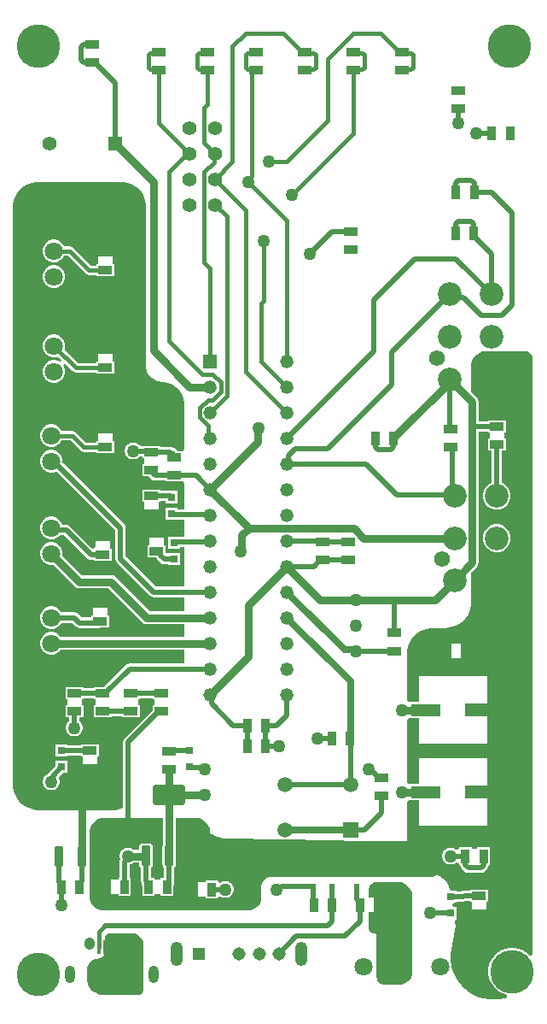
<source format=gbr>
%TF.GenerationSoftware,Altium Limited,Altium Designer,24.10.1 (45)*%
G04 Layer_Physical_Order=1*
G04 Layer_Color=255*
%FSLAX25Y25*%
%MOIN*%
%TF.SameCoordinates,405BA738-95C1-4717-9A2A-605BB7F835F8*%
%TF.FilePolarity,Positive*%
%TF.FileFunction,Copper,L1,Top,Signal*%
%TF.Part,Single*%
G01*
G75*
%TA.AperFunction,Conductor*%
%ADD10C,0.02000*%
%ADD11C,0.03000*%
%TA.AperFunction,SMDPad,CuDef*%
%ADD12R,0.05300X0.03200*%
%ADD13R,0.03200X0.05300*%
%TA.AperFunction,ConnectorPad*%
%ADD14R,0.03200X0.05300*%
%ADD15R,0.01600X0.05300*%
%ADD16R,0.11400X0.07500*%
%TA.AperFunction,SMDPad,CuDef*%
%ADD17R,0.03150X0.03150*%
G04:AMPARAMS|DCode=18|XSize=77.95mil|YSize=36.61mil|CornerRadius=4.58mil|HoleSize=0mil|Usage=FLASHONLY|Rotation=90.000|XOffset=0mil|YOffset=0mil|HoleType=Round|Shape=RoundedRectangle|*
%AMROUNDEDRECTD18*
21,1,0.07795,0.02746,0,0,90.0*
21,1,0.06880,0.03661,0,0,90.0*
1,1,0.00915,0.01373,0.03440*
1,1,0.00915,0.01373,-0.03440*
1,1,0.00915,-0.01373,-0.03440*
1,1,0.00915,-0.01373,0.03440*
%
%ADD18ROUNDEDRECTD18*%
G04:AMPARAMS|DCode=19|XSize=77.95mil|YSize=127.17mil|CornerRadius=9.74mil|HoleSize=0mil|Usage=FLASHONLY|Rotation=90.000|XOffset=0mil|YOffset=0mil|HoleType=Round|Shape=RoundedRectangle|*
%AMROUNDEDRECTD19*
21,1,0.07795,0.10768,0,0,90.0*
21,1,0.05847,0.12717,0,0,90.0*
1,1,0.01949,0.05384,0.02923*
1,1,0.01949,0.05384,-0.02923*
1,1,0.01949,-0.05384,-0.02923*
1,1,0.01949,-0.05384,0.02923*
%
%ADD19ROUNDEDRECTD19*%
%ADD20R,0.11800X0.04700*%
%ADD21R,0.02200X0.02400*%
%TA.AperFunction,Conductor*%
%ADD22C,0.01500*%
%ADD23C,0.02500*%
%TA.AperFunction,ComponentPad*%
%ADD24C,0.05500*%
%ADD25R,0.05600X0.05600*%
%ADD26C,0.05600*%
%ADD27O,0.04200X0.04900*%
%ADD28O,0.04000X0.06700*%
%ADD29C,0.06200*%
%ADD30C,0.09200*%
%ADD31C,0.05000*%
%ADD32C,0.07100*%
%ADD33R,0.05900X0.05900*%
%ADD34C,0.05900*%
%ADD35O,0.04756X0.09512*%
%ADD36C,0.05150*%
%ADD37R,0.05150X0.05150*%
%ADD38R,0.05200X0.05200*%
%ADD39C,0.05200*%
%TA.AperFunction,ViaPad*%
%ADD40C,0.17000*%
%ADD41C,0.05000*%
G36*
X146917Y419616D02*
X148737Y418862D01*
X150375Y417767D01*
X151768Y416375D01*
X152862Y414737D01*
X153616Y412917D01*
X154000Y410985D01*
Y410000D01*
Y348000D01*
X154029Y347412D01*
X154258Y346258D01*
X154709Y345172D01*
X155362Y344194D01*
X156194Y343362D01*
X157172Y342708D01*
X158258Y342258D01*
X159412Y342029D01*
X160000Y342000D01*
X160886D01*
X162625Y341654D01*
X164263Y340976D01*
X165737Y339991D01*
X166991Y338737D01*
X167976Y337263D01*
X168654Y335625D01*
X169000Y333886D01*
Y333000D01*
Y315722D01*
X168450Y314950D01*
X166200D01*
X165853Y315403D01*
X165017Y316044D01*
X164044Y316447D01*
X163069Y316575D01*
X163000Y316589D01*
X159450D01*
Y316950D01*
X152550D01*
X152550Y316950D01*
X151599Y317068D01*
X151026Y317641D01*
X150274Y318075D01*
X149434Y318300D01*
X148566D01*
X147726Y318075D01*
X146974Y317641D01*
X146359Y317026D01*
X145925Y316274D01*
X145700Y315435D01*
Y314565D01*
X145925Y313726D01*
X146359Y312974D01*
X146974Y312359D01*
X147726Y311925D01*
X148566Y311700D01*
X149434D01*
X150274Y311925D01*
X151026Y312359D01*
X151403Y312736D01*
X152550D01*
Y312150D01*
X153242D01*
Y309850D01*
X152550D01*
Y305050D01*
X155016D01*
X156058Y304008D01*
X156720Y303566D01*
X157500Y303411D01*
X161550D01*
Y303050D01*
X168450D01*
X169000Y302278D01*
Y292290D01*
X166375D01*
Y292877D01*
X161625D01*
Y288127D01*
X166375D01*
Y288212D01*
X169000D01*
Y281663D01*
X165376D01*
X165173Y281623D01*
X162625D01*
Y276873D01*
X167375D01*
Y277585D01*
X169000D01*
Y262039D01*
X157845D01*
X146039Y273845D01*
Y285000D01*
X145884Y285780D01*
X145442Y286442D01*
X121350Y310534D01*
Y311573D01*
X121054Y312679D01*
X120481Y313671D01*
X119671Y314481D01*
X118679Y315054D01*
X117573Y315350D01*
X116427D01*
X115321Y315054D01*
X114329Y314481D01*
X113519Y313671D01*
X112946Y312679D01*
X112650Y311573D01*
Y310427D01*
X112946Y309321D01*
X113519Y308329D01*
X114329Y307519D01*
X115321Y306946D01*
X116427Y306650D01*
X117573D01*
X118679Y306946D01*
X118990Y307126D01*
X141961Y284155D01*
Y273000D01*
X142116Y272220D01*
X142558Y271558D01*
X155558Y258558D01*
X156220Y258116D01*
X157000Y257961D01*
X157000Y257961D01*
X169000D01*
Y252549D01*
X155405D01*
X142152Y265802D01*
X141325Y266355D01*
X140350Y266549D01*
X129056D01*
X121314Y274291D01*
X121350Y274427D01*
Y275573D01*
X121054Y276679D01*
X120481Y277671D01*
X119671Y278481D01*
X118679Y279054D01*
X117573Y279350D01*
X116427D01*
X115321Y279054D01*
X114329Y278481D01*
X113519Y277671D01*
X112946Y276679D01*
X112650Y275573D01*
Y274427D01*
X112946Y273321D01*
X113519Y272329D01*
X114329Y271519D01*
X115321Y270946D01*
X116427Y270650D01*
X117573D01*
X117709Y270687D01*
X126198Y262198D01*
X127024Y261645D01*
X128000Y261451D01*
X139294D01*
X152547Y248198D01*
X153374Y247645D01*
X154350Y247451D01*
X169000D01*
Y242549D01*
X120551D01*
X120481Y242671D01*
X119671Y243481D01*
X118679Y244054D01*
X117573Y244350D01*
X116427D01*
X115321Y244054D01*
X114329Y243481D01*
X113519Y242671D01*
X112946Y241679D01*
X112650Y240573D01*
Y239427D01*
X112946Y238321D01*
X113519Y237329D01*
X114329Y236519D01*
X115321Y235946D01*
X116427Y235650D01*
X117573D01*
X118679Y235946D01*
X119671Y236519D01*
X120481Y237329D01*
X120551Y237451D01*
X169000D01*
Y232039D01*
X147500D01*
X146720Y231884D01*
X146058Y231442D01*
X137566Y222950D01*
X133550D01*
Y222589D01*
X129450D01*
Y222950D01*
X122550D01*
Y218150D01*
X123242D01*
Y215850D01*
X122550D01*
Y211050D01*
X123961D01*
Y209628D01*
X123359Y209026D01*
X122925Y208274D01*
X122700Y207435D01*
Y206565D01*
X122925Y205726D01*
X123359Y204974D01*
X123974Y204359D01*
X124726Y203925D01*
X125566Y203700D01*
X126434D01*
X127274Y203925D01*
X128026Y204359D01*
X128641Y204974D01*
X129075Y205726D01*
X129300Y206565D01*
Y207435D01*
X129075Y208274D01*
X128641Y209026D01*
X128039Y209628D01*
Y211050D01*
X129450D01*
Y215850D01*
X128758D01*
Y218150D01*
X129450D01*
Y218511D01*
X133550D01*
Y218150D01*
X134242D01*
Y215850D01*
X133550D01*
Y211050D01*
X140450D01*
Y211411D01*
X144550D01*
Y211050D01*
X151450D01*
Y215850D01*
X150758D01*
Y218150D01*
X151450D01*
Y218511D01*
X156550D01*
Y218150D01*
X157242D01*
Y215850D01*
X156550D01*
Y213934D01*
X145558Y202942D01*
X145116Y202280D01*
X144961Y201500D01*
Y175817D01*
X143917Y175384D01*
X141985Y175000D01*
X111015D01*
X109083Y175384D01*
X107263Y176138D01*
X105625Y177233D01*
X104233Y178625D01*
X103138Y180263D01*
X102384Y182083D01*
X102000Y184015D01*
Y185000D01*
Y410000D01*
Y410985D01*
X102384Y412917D01*
X103138Y414737D01*
X104233Y416375D01*
X105625Y417767D01*
X107263Y418862D01*
X109083Y419616D01*
X111015Y420000D01*
X144985D01*
X146917Y419616D01*
D02*
G37*
G36*
X287000Y354000D02*
X302000Y354000D01*
X302000Y354000D01*
X302000Y354000D01*
X302006Y353999D01*
X302915Y353868D01*
X303421Y353659D01*
X303912Y353330D01*
X304330Y352912D01*
X304659Y352421D01*
X304885Y351875D01*
X305000Y351295D01*
X305000Y351000D01*
X305000Y118469D01*
X304000Y118152D01*
X302928Y119224D01*
X301405Y120242D01*
X299713Y120943D01*
X297916Y121300D01*
X296084D01*
X294287Y120943D01*
X292595Y120242D01*
X291072Y119224D01*
X289776Y117928D01*
X288758Y116405D01*
X288057Y114713D01*
X287700Y112916D01*
Y111084D01*
X288057Y109287D01*
X288758Y107595D01*
X289776Y106072D01*
X291072Y104776D01*
X292595Y103758D01*
X294287Y103057D01*
X294883Y102939D01*
X294910Y102723D01*
X294812Y101933D01*
X294026Y101654D01*
X292007Y101211D01*
X289949Y101023D01*
X287883Y101092D01*
X285842Y101418D01*
X283857Y101996D01*
X281960Y102816D01*
X280180Y103867D01*
X278545Y105131D01*
X277079Y106588D01*
X275807Y108217D01*
X274747Y109992D01*
X273917Y111884D01*
X273350Y113793D01*
Y114573D01*
X273054Y115679D01*
X273019Y115739D01*
X272992Y115905D01*
X272911Y117970D01*
X273000Y119000D01*
X275000Y130000D01*
X274731Y131617D01*
X275375Y132377D01*
X275375D01*
Y137127D01*
X273812D01*
X273648Y138110D01*
X274295Y138873D01*
X275375D01*
Y139209D01*
X277811D01*
X278592Y139364D01*
X278811Y139511D01*
X280550D01*
Y139150D01*
X281242D01*
Y136250D01*
X281274Y136173D01*
X281350Y136142D01*
X286650D01*
X286726Y136173D01*
X286758Y136250D01*
Y139150D01*
X287450D01*
Y143950D01*
X280550D01*
Y143589D01*
X278113D01*
X277333Y143434D01*
X277113Y143287D01*
X275375D01*
Y143623D01*
X272795D01*
X272656Y144322D01*
X272055Y145771D01*
X271184Y147075D01*
X270075Y148184D01*
X268771Y149055D01*
X267431Y149611D01*
X267368Y149569D01*
X266458Y149192D01*
X265493Y149000D01*
X203000D01*
X202608Y148981D01*
X201839Y148828D01*
X201114Y148528D01*
X200462Y148092D01*
X199908Y147538D01*
X199472Y146886D01*
X199172Y146161D01*
X199019Y145392D01*
X199000Y145000D01*
Y140507D01*
X198808Y139542D01*
X198431Y138632D01*
X197884Y137813D01*
X197187Y137116D01*
X196368Y136569D01*
X195458Y136192D01*
X194492Y136000D01*
X137000D01*
X136507Y136000D01*
X135541Y136192D01*
X134631Y136569D01*
X133812Y137116D01*
X133116Y137812D01*
X132568Y138631D01*
X132191Y139541D01*
X131999Y140507D01*
X131999Y141000D01*
Y164945D01*
X131898Y165539D01*
X131931Y166743D01*
X132199Y167918D01*
X132690Y169017D01*
X133387Y170000D01*
X134262Y170828D01*
X135281Y171469D01*
X136406Y171899D01*
X137000Y172000D01*
X160451Y172000D01*
Y161074D01*
X160442Y161061D01*
X160345Y160570D01*
Y153690D01*
X160442Y153199D01*
X160720Y152783D01*
X160961Y152622D01*
Y148450D01*
X159700D01*
Y147758D01*
X157400D01*
Y148450D01*
X155984D01*
Y152622D01*
X156225Y152783D01*
X156503Y153199D01*
X156600Y153690D01*
Y160570D01*
X156503Y161061D01*
X156225Y161477D01*
X155809Y161755D01*
X155318Y161852D01*
X152572D01*
X152081Y161755D01*
X151665Y161477D01*
X151387Y161061D01*
X151289Y160570D01*
Y159549D01*
X149118D01*
X149026Y159641D01*
X148274Y160075D01*
X147434Y160300D01*
X146566D01*
X145726Y160075D01*
X144974Y159641D01*
X144359Y159026D01*
X143925Y158274D01*
X143700Y157434D01*
Y156566D01*
X143891Y155854D01*
X143666Y155519D01*
X143511Y154738D01*
Y148450D01*
X143150D01*
Y147758D01*
X140250D01*
X140173Y147727D01*
X140142Y147650D01*
Y142350D01*
X140173Y142273D01*
X140250Y142242D01*
X143150D01*
Y141550D01*
X147950D01*
Y148450D01*
X147589D01*
Y153742D01*
X148274Y153925D01*
X149026Y154359D01*
X149118Y154451D01*
X151289D01*
Y153690D01*
X151387Y153199D01*
X151665Y152783D01*
X151906Y152622D01*
Y147547D01*
X151897D01*
X152089Y146085D01*
X152600Y144851D01*
Y141550D01*
X157400D01*
Y142242D01*
X159700D01*
Y141550D01*
X164500D01*
Y144957D01*
X164869Y145849D01*
X165044Y147173D01*
X165039D01*
Y152622D01*
X165280Y152783D01*
X165558Y153199D01*
X165655Y153690D01*
Y160570D01*
X165558Y161061D01*
X165549Y161074D01*
Y172000D01*
X173000D01*
X173000Y172000D01*
X173000Y172000D01*
X173002D01*
X173933Y171932D01*
X174750Y171769D01*
X175842Y171317D01*
X176825Y170660D01*
X177661Y169825D01*
X178317Y168842D01*
X178770Y167750D01*
X179000Y166591D01*
X179000Y166000D01*
X179000Y166000D01*
X179570Y165631D01*
X179797Y165510D01*
X179797Y165510D01*
X179806Y165505D01*
X179806Y165505D01*
X179827Y165494D01*
X180766Y164991D01*
X182026Y164488D01*
X183333Y164126D01*
X184000Y164000D01*
X207789Y163567D01*
X207916Y163533D01*
X208903D01*
X208951Y163546D01*
X239000Y163000D01*
X256000D01*
Y178119D01*
X256650Y178850D01*
X260692D01*
Y168800D01*
X260723Y168723D01*
X260800Y168692D01*
X287200D01*
X287277Y168723D01*
X287308Y168800D01*
Y179450D01*
X287277Y179526D01*
X287200Y179558D01*
X278658D01*
Y184442D01*
X287200D01*
X287277Y184474D01*
X287308Y184550D01*
Y195200D01*
X287277Y195276D01*
X287200Y195308D01*
X260800D01*
X260723Y195276D01*
X260692Y195200D01*
Y185150D01*
X256650D01*
X256000Y185881D01*
Y210119D01*
X256650Y210850D01*
X260692D01*
Y200800D01*
X260723Y200724D01*
X260800Y200692D01*
X287200D01*
X287277Y200724D01*
X287308Y200800D01*
Y211450D01*
X287277Y211526D01*
X287200Y211558D01*
X278658D01*
Y216442D01*
X287200D01*
X287277Y216474D01*
X287308Y216550D01*
Y227200D01*
X287277Y227276D01*
X287200Y227308D01*
X260800D01*
X260723Y227276D01*
X260692Y227200D01*
Y217150D01*
X256650D01*
X256000Y217881D01*
Y236000D01*
Y236985D01*
X256384Y238917D01*
X257138Y240737D01*
X258232Y242375D01*
X259625Y243767D01*
X261263Y244862D01*
X263083Y245616D01*
X265015Y246000D01*
X271000D01*
X271980Y246048D01*
X273903Y246430D01*
X275714Y247181D01*
X277344Y248270D01*
X278730Y249656D01*
X279819Y251286D01*
X280570Y253097D01*
X280952Y255020D01*
X281000Y256000D01*
Y267395D01*
X283167Y269562D01*
X283720Y270389D01*
X283914Y271365D01*
Y322511D01*
X287550D01*
Y322150D01*
X288242D01*
Y319850D01*
X287550D01*
Y315050D01*
X288961D01*
Y302579D01*
X288916Y302567D01*
X287684Y301856D01*
X286679Y300851D01*
X285968Y299620D01*
X285600Y298246D01*
Y296825D01*
X285968Y295451D01*
X286679Y294220D01*
X287684Y293214D01*
X288916Y292503D01*
X290289Y292135D01*
X291711D01*
X293084Y292503D01*
X294316Y293214D01*
X295321Y294220D01*
X296032Y295451D01*
X296400Y296825D01*
Y298246D01*
X296032Y299620D01*
X295321Y300851D01*
X294316Y301856D01*
X293084Y302567D01*
X293039Y302579D01*
Y315050D01*
X294450D01*
Y319850D01*
X293758D01*
Y322150D01*
X294450D01*
Y326950D01*
X287550D01*
Y326589D01*
X283914D01*
Y334100D01*
X283720Y335075D01*
X283167Y335902D01*
X281000Y338070D01*
Y348000D01*
X281000Y348000D01*
X281075Y348969D01*
X281230Y349750D01*
X281683Y350842D01*
X282339Y351825D01*
X283175Y352661D01*
X284158Y353317D01*
X285250Y353769D01*
X286409Y354000D01*
X287000Y354000D01*
D02*
G37*
G36*
X253750Y146769D02*
X254842Y146317D01*
X255825Y145660D01*
X256661Y144825D01*
X257317Y143842D01*
X257769Y142750D01*
X258000Y141591D01*
Y141000D01*
Y112000D01*
Y111507D01*
X257808Y110542D01*
X257431Y109632D01*
X256884Y108813D01*
X256187Y108116D01*
X255368Y107569D01*
X254458Y107192D01*
X253492Y107000D01*
X246705D01*
X246125Y107115D01*
X245579Y107341D01*
X245088Y107670D01*
X244670Y108088D01*
X244341Y108579D01*
X244115Y109125D01*
X244000Y109704D01*
Y110000D01*
Y126000D01*
X243981Y126195D01*
X243831Y126556D01*
X243556Y126831D01*
X243195Y126981D01*
X243000Y127000D01*
X242602D01*
X241867Y127304D01*
X241304Y127867D01*
X241000Y128602D01*
Y129000D01*
Y135242D01*
X242750D01*
X242827Y135274D01*
X242858Y135350D01*
Y140650D01*
X242827Y140726D01*
X242750Y140758D01*
X241000D01*
Y144000D01*
Y144296D01*
X241115Y144875D01*
X241341Y145421D01*
X241670Y145912D01*
X242088Y146330D01*
X242579Y146659D01*
X243125Y146885D01*
X243705Y147000D01*
X252591D01*
X253750Y146769D01*
D02*
G37*
G36*
X148000Y127000D02*
X148493Y127000D01*
X149458Y126808D01*
X150368Y126431D01*
X151187Y125884D01*
X151884Y125187D01*
X152431Y124368D01*
X152808Y123458D01*
X152915Y122920D01*
X153000Y122000D01*
Y122000D01*
X153000D01*
X153000Y122000D01*
Y105000D01*
Y104602D01*
X152696Y103867D01*
X152133Y103305D01*
X151398Y103000D01*
X137000D01*
X136409Y103000D01*
X135250Y103231D01*
X134158Y103683D01*
X133175Y104340D01*
X132340Y105175D01*
X131683Y106158D01*
X131231Y107250D01*
X131000Y108409D01*
X131000Y109000D01*
Y113394D01*
X131154Y114167D01*
X131455Y114895D01*
X131893Y115550D01*
X132450Y116107D01*
X133105Y116545D01*
X133833Y116846D01*
X134606Y117000D01*
X135000D01*
X135294Y117014D01*
X135871Y117129D01*
X136414Y117354D01*
X136903Y117681D01*
X137319Y118097D01*
X137646Y118586D01*
X137871Y119129D01*
X137986Y119706D01*
X138000Y120000D01*
X138000Y120000D01*
Y125398D01*
X138304Y126133D01*
X138867Y126696D01*
X139602Y127000D01*
X143000D01*
X148000Y127000D01*
D02*
G37*
%LPC*%
G36*
X118573Y397350D02*
X117427D01*
X116321Y397054D01*
X115329Y396481D01*
X114519Y395671D01*
X113946Y394679D01*
X113650Y393573D01*
Y392427D01*
X113946Y391321D01*
X114519Y390329D01*
X115329Y389519D01*
X116321Y388946D01*
X117427Y388650D01*
X118573D01*
X119679Y388946D01*
X120671Y389519D01*
X121481Y390329D01*
X121993Y391216D01*
X123419D01*
X130446Y384188D01*
X130446Y384188D01*
X131025Y383802D01*
X131708Y383666D01*
X134550D01*
Y383050D01*
X141450D01*
Y387850D01*
X140758D01*
Y390750D01*
X140726Y390827D01*
X140650Y390858D01*
X135350D01*
X135274Y390827D01*
X135242Y390750D01*
Y387850D01*
X134550D01*
Y387234D01*
X132447D01*
X125419Y394262D01*
X124840Y394649D01*
X124158Y394784D01*
X121993D01*
X121481Y395671D01*
X120671Y396481D01*
X119679Y397054D01*
X118573Y397350D01*
D02*
G37*
G36*
Y387350D02*
X117427D01*
X116321Y387054D01*
X115329Y386481D01*
X114519Y385671D01*
X113946Y384679D01*
X113650Y383573D01*
Y382427D01*
X113946Y381321D01*
X114519Y380329D01*
X115329Y379519D01*
X116321Y378946D01*
X117427Y378650D01*
X118573D01*
X119679Y378946D01*
X120671Y379519D01*
X121481Y380329D01*
X122054Y381321D01*
X122350Y382427D01*
Y383573D01*
X122054Y384679D01*
X121481Y385671D01*
X120671Y386481D01*
X119679Y387054D01*
X118573Y387350D01*
D02*
G37*
G36*
Y360350D02*
X117427D01*
X116321Y360054D01*
X115329Y359481D01*
X114519Y358671D01*
X113946Y357679D01*
X113650Y356573D01*
Y355427D01*
X113946Y354321D01*
X114519Y353329D01*
X115329Y352519D01*
X116321Y351946D01*
X117427Y351650D01*
X118573D01*
X119562Y351915D01*
X121073Y350403D01*
X120459Y349603D01*
X119679Y350054D01*
X118573Y350350D01*
X117427D01*
X116321Y350054D01*
X115329Y349481D01*
X114519Y348671D01*
X113946Y347679D01*
X113650Y346573D01*
Y345427D01*
X113946Y344321D01*
X114519Y343329D01*
X115329Y342519D01*
X116321Y341946D01*
X117427Y341650D01*
X118573D01*
X119679Y341946D01*
X120671Y342519D01*
X121481Y343329D01*
X122054Y344321D01*
X122350Y345427D01*
Y346573D01*
X122054Y347679D01*
X121603Y348459D01*
X122403Y349073D01*
X125288Y346188D01*
X125288Y346188D01*
X125867Y345801D01*
X126550Y345666D01*
X126550Y345666D01*
X134550D01*
Y345050D01*
X141450D01*
Y349850D01*
X140758D01*
Y352750D01*
X140726Y352826D01*
X140650Y352858D01*
X135350D01*
X135274Y352826D01*
X135242Y352750D01*
Y349850D01*
X134550D01*
Y349234D01*
X127289D01*
X122085Y354438D01*
X122350Y355427D01*
Y356573D01*
X122054Y357679D01*
X121481Y358671D01*
X120671Y359481D01*
X119679Y360054D01*
X118573Y360350D01*
D02*
G37*
G36*
X117573Y325350D02*
X116427D01*
X115321Y325054D01*
X114329Y324481D01*
X113519Y323671D01*
X112946Y322679D01*
X112650Y321573D01*
Y320427D01*
X112946Y319321D01*
X113519Y318329D01*
X114329Y317519D01*
X115321Y316946D01*
X116427Y316650D01*
X117573D01*
X118679Y316946D01*
X119671Y317519D01*
X120481Y318329D01*
X120993Y319216D01*
X124419D01*
X128446Y315188D01*
X129025Y314802D01*
X129708Y314666D01*
X134550D01*
Y314050D01*
X141450D01*
Y318850D01*
X140758D01*
Y321750D01*
X140726Y321827D01*
X140650Y321858D01*
X135350D01*
X135274Y321827D01*
X135242Y321750D01*
Y318850D01*
X134550D01*
Y318234D01*
X130447D01*
X126419Y322262D01*
X125840Y322649D01*
X125158Y322784D01*
X120993D01*
X120481Y323671D01*
X119671Y324481D01*
X118679Y325054D01*
X117573Y325350D01*
D02*
G37*
G36*
X159450Y299950D02*
X152550D01*
Y295150D01*
X153242D01*
Y292250D01*
X153273Y292174D01*
X153350Y292142D01*
X158650D01*
X158727Y292174D01*
X158758Y292250D01*
Y295150D01*
X159450D01*
Y295511D01*
X161625D01*
Y294623D01*
X166375D01*
Y299373D01*
X164320D01*
X164228Y299434D01*
X163448Y299589D01*
X159450D01*
Y299950D01*
D02*
G37*
G36*
X117573Y289350D02*
X116427D01*
X115321Y289054D01*
X114329Y288481D01*
X113519Y287671D01*
X112946Y286679D01*
X112650Y285573D01*
Y284427D01*
X112946Y283321D01*
X113519Y282329D01*
X114329Y281519D01*
X115321Y280946D01*
X116427Y280650D01*
X117573D01*
X118679Y280946D01*
X119671Y281519D01*
X120313Y282161D01*
X121955D01*
X131108Y273008D01*
X131770Y272566D01*
X132550Y272411D01*
X133550D01*
Y272050D01*
X140450D01*
Y276850D01*
X139758D01*
Y279750D01*
X139726Y279826D01*
X139650Y279858D01*
X134350D01*
X134274Y279826D01*
X134242Y279750D01*
Y277564D01*
X134061Y277377D01*
X133242Y276973D01*
X132692Y277192D01*
X124242Y285642D01*
X123580Y286084D01*
X122800Y286239D01*
X121171D01*
X121054Y286679D01*
X120481Y287671D01*
X119671Y288481D01*
X118679Y289054D01*
X117573Y289350D01*
D02*
G37*
G36*
X160650Y281308D02*
X155350D01*
X155273Y281276D01*
X155242Y281200D01*
Y278300D01*
X154550D01*
Y273500D01*
X157760D01*
X157766Y273470D01*
X158208Y272808D01*
X159706Y271310D01*
X159706Y271310D01*
X160368Y270868D01*
X161148Y270713D01*
X162625D01*
Y270377D01*
X167375D01*
Y275127D01*
X162625D01*
X162625Y275127D01*
X161689Y275281D01*
Y275300D01*
X161534Y276080D01*
X161450Y276206D01*
Y278300D01*
X160758D01*
Y281200D01*
X160726Y281276D01*
X160650Y281308D01*
D02*
G37*
G36*
X117573Y254350D02*
X116427D01*
X115321Y254054D01*
X114329Y253481D01*
X113519Y252671D01*
X112946Y251679D01*
X112650Y250573D01*
Y249427D01*
X112946Y248321D01*
X113519Y247329D01*
X114329Y246519D01*
X115321Y245946D01*
X116427Y245650D01*
X117573D01*
X118679Y245946D01*
X119671Y246519D01*
X120481Y247329D01*
X120846Y247961D01*
X125155D01*
X126558Y246558D01*
X127220Y246116D01*
X128000Y245961D01*
X135550D01*
X135998Y246050D01*
X139450D01*
Y250850D01*
X138758D01*
Y253750D01*
X138726Y253826D01*
X138650Y253858D01*
X133350D01*
X133273Y253826D01*
X133242Y253750D01*
Y250850D01*
X132550D01*
Y250039D01*
X128845D01*
X127442Y251442D01*
X126780Y251884D01*
X126000Y252039D01*
X120846D01*
X120481Y252671D01*
X119671Y253481D01*
X118679Y254054D01*
X117573Y254350D01*
D02*
G37*
G36*
X123375Y200623D02*
X118625D01*
Y195873D01*
X123375D01*
Y196135D01*
X128550D01*
Y195700D01*
X129242D01*
Y192800D01*
X129273Y192724D01*
X129350Y192692D01*
X134650D01*
X134727Y192724D01*
X134758Y192800D01*
Y195700D01*
X135450D01*
Y200500D01*
X128550D01*
Y200213D01*
X123375D01*
Y200623D01*
D02*
G37*
G36*
Y194127D02*
X118625D01*
Y192261D01*
X116132Y189768D01*
X115690Y189106D01*
X115678Y189048D01*
X114974Y188641D01*
X114359Y188026D01*
X113925Y187274D01*
X113700Y186434D01*
Y185566D01*
X113925Y184726D01*
X114359Y183974D01*
X114974Y183359D01*
X115726Y182925D01*
X116566Y182700D01*
X117434D01*
X118274Y182925D01*
X119026Y183359D01*
X119641Y183974D01*
X120075Y184726D01*
X120300Y185566D01*
Y186434D01*
X120075Y187274D01*
X119830Y187698D01*
X121509Y189377D01*
X123375D01*
Y194127D01*
D02*
G37*
G36*
X291711Y286400D02*
X290289D01*
X288916Y286032D01*
X287684Y285321D01*
X286679Y284316D01*
X285968Y283084D01*
X285600Y281711D01*
Y280289D01*
X285968Y278916D01*
X286679Y277684D01*
X287684Y276679D01*
X288916Y275968D01*
X290289Y275600D01*
X291711D01*
X293084Y275968D01*
X294316Y276679D01*
X295321Y277684D01*
X296032Y278916D01*
X296400Y280289D01*
Y281711D01*
X296032Y283084D01*
X295321Y284316D01*
X294316Y285321D01*
X293084Y286032D01*
X291711Y286400D01*
D02*
G37*
G36*
X276750Y239758D02*
X273250D01*
X273173Y239726D01*
X273142Y239650D01*
Y234350D01*
X273173Y234274D01*
X273250Y234242D01*
X276750D01*
X276827Y234274D01*
X276858Y234350D01*
Y239650D01*
X276827Y239726D01*
X276750Y239758D01*
D02*
G37*
G36*
X288200Y160450D02*
X283400D01*
Y159758D01*
X281100D01*
Y160450D01*
X276300D01*
Y159781D01*
X275300Y159367D01*
X275026Y159641D01*
X274274Y160075D01*
X273434Y160300D01*
X272566D01*
X271726Y160075D01*
X270974Y159641D01*
X270359Y159026D01*
X269925Y158274D01*
X269700Y157434D01*
Y156566D01*
X269925Y155726D01*
X270359Y154974D01*
X270974Y154359D01*
X271726Y153925D01*
X272566Y153700D01*
X273434D01*
X274274Y153925D01*
X275026Y154359D01*
X275300Y154633D01*
X276300Y154219D01*
Y153550D01*
X276672D01*
X276816Y152824D01*
X277258Y152163D01*
X278312Y151108D01*
X278312Y151108D01*
X278974Y150666D01*
X279754Y150511D01*
X279754Y150511D01*
X284746D01*
X285526Y150666D01*
X286188Y151108D01*
X287242Y152163D01*
X287242Y152163D01*
X287684Y152824D01*
X287828Y153550D01*
X288200D01*
Y160450D01*
D02*
G37*
G36*
X181950Y147450D02*
X177150D01*
Y146758D01*
X174250D01*
X174173Y146727D01*
X174142Y146650D01*
Y141350D01*
X174173Y141273D01*
X174250Y141242D01*
X177150D01*
Y140550D01*
X181950D01*
Y140969D01*
X182950Y141383D01*
X182974Y141359D01*
X183726Y140925D01*
X184566Y140700D01*
X185434D01*
X186274Y140925D01*
X187026Y141359D01*
X187641Y141974D01*
X188075Y142726D01*
X188300Y143566D01*
Y144434D01*
X188075Y145274D01*
X187641Y146026D01*
X187026Y146641D01*
X186274Y147075D01*
X185434Y147300D01*
X184566D01*
X183726Y147075D01*
X182974Y146641D01*
X182950Y146617D01*
X181950Y147031D01*
Y147450D01*
D02*
G37*
%LPD*%
D10*
X119890Y147439D02*
G03*
X120900Y145000I3449J0D01*
G01*
X165000Y312550D02*
G03*
X163000Y314550I-2000J0D01*
G01*
X162100Y145000D02*
G03*
X163000Y147173I-2173J2173D01*
G01*
X153945Y147547D02*
G03*
X155000Y145000I3602J0D01*
G01*
X128000D02*
G03*
X128945Y147281I-2281J2281D01*
G01*
X283000Y439000D02*
X289000D01*
X276000Y443000D02*
Y448450D01*
X156000Y314550D02*
X163000D01*
X155775Y314775D02*
X156000Y314550D01*
X149225Y314775D02*
X155775D01*
X149000Y315000D02*
X149225Y314775D01*
X126000Y207000D02*
Y213450D01*
X138000Y130000D02*
X225000D01*
X284746Y152550D02*
X285800Y153604D01*
X278700D02*
X279754Y152550D01*
X278700Y153604D02*
Y157000D01*
X279754Y152550D02*
X284746D01*
X285800Y153604D02*
Y157000D01*
X273000D02*
X278700D01*
X153945Y147547D02*
Y157130D01*
X153815Y157000D02*
X153945Y157130D01*
X147000Y156188D02*
Y157000D01*
X145550Y145000D02*
Y154738D01*
X147000Y156188D01*
X120900Y138100D02*
Y145000D01*
Y138100D02*
X121000Y138000D01*
X117574Y186574D02*
Y188326D01*
X117000Y186000D02*
X117574Y186574D01*
Y188326D02*
X121000Y191752D01*
X171000D02*
X171376Y191376D01*
X176624D01*
X177000Y191000D01*
X200550Y200000D02*
X206000D01*
X221000Y203000D02*
X226450D01*
X244950Y187550D02*
X246000D01*
X241500Y191000D02*
X244950Y187550D01*
X241000Y191000D02*
X241500D01*
X281365Y324550D02*
X291000D01*
X179550Y144000D02*
X185000D01*
X237450Y131450D02*
Y138000D01*
X206000Y119000D02*
X212695Y125695D01*
X231695D01*
X237450Y131450D01*
X265124Y134876D02*
X272876D01*
X273000Y134752D01*
X265000Y135000D02*
X265124Y134876D01*
X281046Y420450D02*
X282100Y419396D01*
X275000Y416000D02*
Y419396D01*
X276054Y420450D01*
X281046D01*
X282100Y416000D02*
Y419396D01*
X285000Y368000D02*
X293000D01*
X297000Y372000D02*
Y408000D01*
X293000Y368000D02*
X297000Y372000D01*
X278071Y374929D02*
X285000Y368000D01*
X272465Y376071D02*
X273607Y374929D01*
X278071D01*
X289000Y416000D02*
X297000Y408000D01*
X282100Y416000D02*
X289000D01*
X226550Y400550D02*
X234000D01*
X218000Y392000D02*
X226550Y400550D01*
X129604Y473550D02*
X133000D01*
X129604Y466450D02*
X133000D01*
X128550Y467504D02*
X129604Y466450D01*
X128550Y467504D02*
Y472496D01*
X129604Y473550D01*
X142000Y435000D02*
Y458500D01*
X134050Y466450D02*
X142000Y458500D01*
X133000Y466450D02*
X134050D01*
X250000Y257000D02*
X251000Y256000D01*
Y244100D02*
Y256000D01*
X250550Y320000D02*
X251275Y320725D01*
X250550Y316604D02*
Y320000D01*
X249496Y315550D02*
X250550Y316604D01*
X244504Y315550D02*
X249496D01*
X243450Y316604D02*
X244504Y315550D01*
X243450Y316604D02*
Y320000D01*
X209000Y310000D02*
X209612Y310612D01*
X212394Y316000D02*
X225000D01*
X209612Y310612D02*
Y313218D01*
X209000Y310000D02*
X240000D01*
X209612Y313218D02*
X212394Y316000D01*
X225000D02*
X250000Y341000D01*
Y353606D02*
X272465Y376071D01*
X250000Y341000D02*
Y353606D01*
X259000Y390000D02*
X275071D01*
X289000Y376071D01*
X243000Y374000D02*
X259000Y390000D01*
X209000Y320000D02*
X243000Y354000D01*
Y374000D01*
X233775Y185225D02*
Y202000D01*
X236000Y237000D02*
X251000D01*
X208409Y185000D02*
X234000D01*
X219500Y270000D02*
X221950Y272450D01*
X209000Y270000D02*
X219500D01*
X221950Y272450D02*
X223000D01*
X165000Y305450D02*
X173550D01*
X179000Y300000D01*
X157500Y305450D02*
X165000D01*
X156000Y306950D02*
X157500Y305450D01*
X147000Y167000D02*
Y201500D01*
X158950Y213450D01*
X209000Y212000D02*
Y220000D01*
X205000Y208000D02*
X209000Y212000D01*
X200550Y208000D02*
X205000D01*
X122800Y284200D02*
X132550Y274450D01*
X137000D01*
X117800Y284200D02*
X122800D01*
X117000Y285000D02*
X117800Y284200D01*
X128000Y248000D02*
X135550D01*
X136000Y248450D01*
X126000Y250000D02*
X128000Y248000D01*
X117000Y250000D02*
X126000D01*
X158950Y213450D02*
X160000D01*
X226645Y138095D02*
Y145005D01*
X225000Y130000D02*
X226550Y131550D01*
Y138000D01*
X273732Y298268D02*
Y315850D01*
X273000Y316450D02*
X273132D01*
X273732Y298268D02*
X274000Y298000D01*
X273132Y316450D02*
X273732Y315850D01*
X291000Y297535D02*
Y317450D01*
X252000Y298000D02*
X274000D01*
X274465Y297535D01*
X240000Y310000D02*
X252000Y298000D01*
X205812Y144000D02*
X206912Y145100D01*
X205000Y144000D02*
X205812D01*
X206912Y145100D02*
X219260D01*
X179000Y220000D02*
X179460Y219540D01*
Y216540D02*
X188000Y208000D01*
X179460Y216540D02*
Y219540D01*
X188000Y208000D02*
X193450D01*
Y200000D02*
Y208000D01*
X137000Y220550D02*
X138050D01*
X147500Y230000D01*
X179000D01*
X148000Y220550D02*
X160000D01*
X137000Y213450D02*
X148000D01*
X126000Y220550D02*
X137000D01*
X163124Y198124D02*
X170876D01*
X171000Y198248D01*
X163000Y198000D02*
X163124Y198124D01*
X121074Y198174D02*
X131926D01*
X132000Y198100D01*
X121000Y198248D02*
X121074Y198174D01*
X118000Y311000D02*
X144000Y285000D01*
X117000Y311000D02*
X118000D01*
X144000Y273000D02*
Y285000D01*
Y273000D02*
X157000Y260000D01*
X163448Y297550D02*
X164000Y296998D01*
X156000Y297550D02*
X163448D01*
X161148Y272752D02*
X165000D01*
X158000Y275900D02*
X159050D01*
X159650Y275300D01*
Y274250D02*
Y275300D01*
Y274250D02*
X161148Y272752D01*
X165376Y279624D02*
X178624D01*
X179000Y280000D01*
X165000Y279248D02*
X165376Y279624D01*
X164000Y290502D02*
X164251Y290251D01*
X178749D01*
X179000Y290000D01*
X157000Y260000D02*
X179000D01*
X280946Y404450D02*
X282000Y403396D01*
X275954Y404450D02*
X280946D01*
X274900Y403396D02*
X275954Y404450D01*
X274900Y400000D02*
Y403396D01*
X282000Y400000D02*
Y403396D01*
Y398950D02*
X289000Y391950D01*
X282000Y398950D02*
Y400000D01*
X289000Y376071D02*
Y391950D01*
X272732Y323817D02*
X273000Y323550D01*
X272732Y323817D02*
Y342733D01*
X239283Y167283D02*
X246000Y174000D01*
Y180450D01*
X234000Y167283D02*
X239283D01*
X209225Y279775D02*
X222775D01*
X223000Y279550D01*
X209000Y280000D02*
X209225Y279775D01*
X223000Y279550D02*
X233000D01*
X223000Y272450D02*
X233000D01*
X200550Y200000D02*
Y208000D01*
X233775Y185225D02*
X234000Y185000D01*
X278113Y141550D02*
X284000D01*
X273000Y141248D02*
X277811D01*
X278113Y141550D01*
X219355Y138095D02*
Y145005D01*
Y138095D02*
X219450Y138000D01*
X219260Y145100D02*
X219355Y145005D01*
X236260Y140240D02*
Y145100D01*
X237450Y138000D02*
Y139050D01*
X236260Y140240D02*
X237450Y139050D01*
X163000Y147173D02*
Y157130D01*
X128945Y147281D02*
Y157000D01*
X119890Y147439D02*
Y157000D01*
D11*
X129826Y180870D02*
G03*
X132000Y183795I-881J2925D01*
G01*
X254000Y214000D02*
X263350D01*
X254000Y182000D02*
X263350D01*
X156950Y354050D02*
X171000Y340000D01*
X179000D01*
X163065Y180935D02*
X176935D01*
X177000Y181000D01*
X163000Y180870D02*
X163065Y180935D01*
X191383Y282183D02*
X194100Y284900D01*
X191000Y276000D02*
X191383Y276383D01*
Y282183D01*
X147000Y157000D02*
X153815D01*
X272732Y342733D02*
X281365Y334100D01*
X272465Y343000D02*
X272732Y342733D01*
X281365Y324550D02*
Y334100D01*
Y271365D02*
Y324550D01*
X274465Y264465D02*
X281365Y271365D01*
X250000Y257000D02*
X267000D01*
X236000D02*
X250000D01*
X267000D02*
X274465Y264465D01*
X222000Y257000D02*
X236000D01*
X209000Y270000D02*
X222000Y257000D01*
X129826Y180870D02*
X140870D01*
X129075D02*
X129826D01*
X251275Y320725D02*
X272465Y341915D01*
Y343000D01*
X197617Y323617D02*
X198000Y324000D01*
X179000Y300000D02*
X197617Y318617D01*
Y323617D01*
X142000Y435000D02*
X157000Y420000D01*
Y367313D02*
Y420000D01*
X156950Y367263D02*
X157000Y367313D01*
X156950Y354050D02*
Y367263D01*
X179000Y300000D02*
X194100Y284900D01*
X235153D01*
X239053Y281000D01*
X274465D01*
X128945Y157000D02*
Y180740D01*
X129075Y180870D01*
X140870D02*
X141000Y181000D01*
X132000Y183795D02*
Y190000D01*
X163000Y180870D02*
Y190000D01*
Y157130D02*
Y180870D01*
X179000Y220000D02*
X194000Y235000D01*
Y255000D02*
X209000Y270000D01*
X194000Y235000D02*
Y255000D01*
X117000Y275000D02*
X128000Y264000D01*
X140350D02*
X154350Y250000D01*
X128000Y264000D02*
X140350D01*
X154350Y250000D02*
X179000D01*
X117000Y240000D02*
X179000D01*
D12*
X276000Y448450D02*
D03*
Y455550D02*
D03*
X246000Y187550D02*
D03*
Y180450D02*
D03*
X137000Y281550D02*
D03*
Y274450D02*
D03*
X284000Y141550D02*
D03*
Y134450D02*
D03*
X234000Y400550D02*
D03*
Y393450D02*
D03*
X159000Y463450D02*
D03*
Y470550D02*
D03*
X178000D02*
D03*
Y463450D02*
D03*
X216000Y470550D02*
D03*
Y463450D02*
D03*
X133000Y466450D02*
D03*
Y473550D02*
D03*
X197000Y470550D02*
D03*
Y463450D02*
D03*
X235000Y470550D02*
D03*
Y463450D02*
D03*
X254000Y470550D02*
D03*
Y463450D02*
D03*
X233000Y272450D02*
D03*
Y279550D02*
D03*
X165000Y305450D02*
D03*
Y312550D02*
D03*
X156000Y307450D02*
D03*
Y314550D02*
D03*
X136000Y255550D02*
D03*
Y248450D02*
D03*
X138000Y323550D02*
D03*
Y316450D02*
D03*
X156000Y297550D02*
D03*
Y290450D02*
D03*
X158000Y275900D02*
D03*
Y283000D02*
D03*
X138000Y354550D02*
D03*
Y347450D02*
D03*
X148000Y220550D02*
D03*
Y213450D02*
D03*
X160000D02*
D03*
Y220550D02*
D03*
X137000D02*
D03*
Y213450D02*
D03*
X126000Y220550D02*
D03*
Y213450D02*
D03*
X291000Y324550D02*
D03*
Y317450D02*
D03*
X273000Y323550D02*
D03*
Y316450D02*
D03*
X132000Y198100D02*
D03*
Y191000D02*
D03*
X251000Y244100D02*
D03*
Y237000D02*
D03*
X223000Y272450D02*
D03*
Y279550D02*
D03*
X163000Y198000D02*
D03*
Y190900D02*
D03*
X138000Y392550D02*
D03*
Y385450D02*
D03*
D13*
X296100Y439000D02*
D03*
X289000D02*
D03*
X200550Y208000D02*
D03*
X193450D02*
D03*
X271450Y237000D02*
D03*
X278550D02*
D03*
X243450Y320000D02*
D03*
X250550D02*
D03*
X193450Y200000D02*
D03*
X200550D02*
D03*
X274900Y400000D02*
D03*
X282000D02*
D03*
X282100Y416000D02*
D03*
X275000D02*
D03*
X237450Y138000D02*
D03*
X244550D02*
D03*
X219450D02*
D03*
X226550D02*
D03*
X138450Y145000D02*
D03*
X145550D02*
D03*
X172450Y144000D02*
D03*
X179550D02*
D03*
X162100Y145000D02*
D03*
X155000D02*
D03*
X128000D02*
D03*
X120900D02*
D03*
X226450Y203000D02*
D03*
X233550D02*
D03*
D14*
X285800Y157000D02*
D03*
X278700D02*
D03*
D15*
X145681Y121531D02*
D03*
X143122D02*
D03*
X140563D02*
D03*
X138004D02*
D03*
X135445D02*
D03*
D16*
X140563Y111000D02*
D03*
D17*
X164000Y290502D02*
D03*
Y296998D02*
D03*
X273000Y134752D02*
D03*
Y141248D02*
D03*
X165000Y279248D02*
D03*
Y272752D02*
D03*
X171000Y191752D02*
D03*
Y198248D02*
D03*
X121000Y191752D02*
D03*
Y198248D02*
D03*
D18*
X153945Y157130D02*
D03*
X163000D02*
D03*
X172055D02*
D03*
X119890Y157000D02*
D03*
X128945D02*
D03*
X138000D02*
D03*
D19*
X163000Y180870D02*
D03*
X128945Y180740D02*
D03*
D20*
X263350Y214000D02*
D03*
X284650D02*
D03*
X263350Y182000D02*
D03*
X284650D02*
D03*
D21*
X223000Y154900D02*
D03*
X226740Y145100D02*
D03*
X219260D02*
D03*
X240000Y154900D02*
D03*
X243740Y145100D02*
D03*
X236260D02*
D03*
D22*
X254250Y463700D02*
X257292D01*
X258200Y464608D01*
X254000Y463450D02*
X254250Y463700D01*
X258200Y464608D02*
Y469392D01*
X257292Y470300D02*
X258200Y469392D01*
X254250Y470300D02*
X257292D01*
X254000Y470550D02*
X254250Y470300D01*
X235000Y463450D02*
X235250Y463700D01*
X238292D02*
X239200Y464608D01*
X238292Y470300D02*
X239200Y469392D01*
Y464608D02*
Y469392D01*
X235250Y470300D02*
X238292D01*
X235000Y470550D02*
X235250Y470300D01*
Y463700D02*
X238292D01*
X216000Y463450D02*
X216250Y463700D01*
X219292D01*
X220200Y464608D01*
X219292Y470300D02*
X220200Y469392D01*
Y464608D02*
Y469392D01*
X216250Y470300D02*
X219292D01*
X216000Y470550D02*
X216250Y470300D01*
X177750Y463700D02*
X178000Y463450D01*
X174708Y463700D02*
X177750D01*
X173800Y464608D02*
X174708Y463700D01*
X173800Y464608D02*
Y469392D01*
X174708Y470300D01*
X177750D01*
X178000Y470550D01*
X154800Y469392D02*
X155708Y470300D01*
X154800Y464608D02*
X155708Y463700D01*
X158750D02*
X159000Y463450D01*
X158750Y470300D02*
X159000Y470550D01*
X155708Y470300D02*
X158750D01*
X154800Y464608D02*
Y469392D01*
X155708Y463700D02*
X158750D01*
X202000Y428000D02*
X209000D01*
X225000Y444000D01*
Y468000D01*
X194000Y420000D02*
Y420947D01*
X195100Y462600D02*
X195950Y463450D01*
X195100Y422047D02*
Y462600D01*
X194000Y420947D02*
X195100Y422047D01*
X194000Y420000D02*
X209000Y405000D01*
X195950Y463450D02*
X197000D01*
X209000Y350000D02*
Y405000D01*
X245500Y478000D02*
X252950Y470550D01*
X235000Y478000D02*
X245500D01*
X252950Y470550D02*
X254000D01*
X225000Y468000D02*
X235000Y478000D01*
Y439000D02*
Y463450D01*
X211000Y415000D02*
X235000Y439000D01*
X187737Y427737D02*
Y472737D01*
X193000Y478000D02*
X207500D01*
X187737Y472737D02*
X193000Y478000D01*
X207500D02*
X214950Y470550D01*
X216000D01*
X181000Y421000D02*
X187737Y427737D01*
X196750Y463700D02*
X197000Y463450D01*
X192800Y464608D02*
X193708Y463700D01*
X196750D01*
X192800Y464608D02*
Y469392D01*
X193708Y470300D01*
X196750D02*
X197000Y470550D01*
X193708Y470300D02*
X196750D01*
X176700Y435300D02*
X181000Y431000D01*
X176700Y435300D02*
Y448841D01*
X178000Y450141D01*
Y463450D01*
X159000Y443000D02*
Y463450D01*
Y443000D02*
X171000Y431000D01*
X180464Y430465D02*
X181000Y431000D01*
X176700Y423700D02*
X180464Y427464D01*
X176700Y388466D02*
Y423700D01*
X180464Y427464D02*
Y430465D01*
X199000Y372527D02*
X200000Y373527D01*
Y397000D01*
X199000Y350000D02*
Y372527D01*
Y350000D02*
X209000Y340000D01*
X193000Y346000D02*
Y409000D01*
X181000Y421000D02*
X193000Y409000D01*
X176700Y388466D02*
X179000Y386166D01*
X181000Y411000D02*
X185450Y406550D01*
Y336450D02*
Y406550D01*
X178131Y335000D02*
X179869D01*
X179000Y330000D02*
X185450Y336450D01*
X179869Y345000D02*
X183150Y341719D01*
X176000Y345000D02*
X179869D01*
Y335000D02*
X183150Y338281D01*
Y341719D01*
X174850Y331719D02*
X178131Y335000D01*
X179000Y350000D02*
Y386166D01*
X193000Y346000D02*
X209000Y330000D01*
X163000Y358000D02*
Y424000D01*
Y358000D02*
X176000Y345000D01*
X163000Y424000D02*
X170000Y431000D01*
X171000D01*
X174850Y328281D02*
Y331719D01*
X178292Y320708D02*
Y324839D01*
X174850Y328281D02*
X178292Y324839D01*
Y320708D02*
X179000Y320000D01*
X135495Y121581D02*
Y127495D01*
X138000Y130000D01*
X135445Y121531D02*
X135495Y121581D01*
X124158Y393000D02*
X131708Y385450D01*
X138000D01*
X118000Y393000D02*
X124158D01*
X126550Y347450D02*
X138000D01*
X118000Y356000D02*
X126550Y347450D01*
X125158Y321000D02*
X129708Y316450D01*
X117000Y321000D02*
X125158D01*
X129708Y316450D02*
X138000D01*
X226550Y138000D02*
X226645Y138095D01*
Y145005D02*
X226740Y145100D01*
D23*
X233800Y202000D02*
Y225200D01*
X209000Y250000D02*
X233800Y225200D01*
X231522Y237478D02*
X235522D01*
X209000Y260000D02*
X231522Y237478D01*
X208409Y167283D02*
X234000D01*
X235522Y237478D02*
X236000Y237000D01*
D24*
X181000Y421000D02*
D03*
Y411000D02*
D03*
Y431000D02*
D03*
Y441000D02*
D03*
X171000D02*
D03*
Y431000D02*
D03*
Y421000D02*
D03*
Y411000D02*
D03*
D25*
X142000Y435000D02*
D03*
D26*
X116409D02*
D03*
D27*
X131803Y122811D02*
D03*
X149323D02*
D03*
D28*
X157000Y111000D02*
D03*
X124126D02*
D03*
D29*
X267504Y351268D02*
D03*
X269504Y272732D02*
D03*
D30*
X272465Y343000D02*
D03*
Y359535D02*
D03*
Y376071D02*
D03*
X289000Y343000D02*
D03*
Y359535D02*
D03*
Y376071D02*
D03*
X274465Y264465D02*
D03*
Y281000D02*
D03*
Y297535D02*
D03*
X291000Y264465D02*
D03*
Y281000D02*
D03*
Y297535D02*
D03*
D31*
X236000Y257000D02*
D03*
Y247000D02*
D03*
Y237000D02*
D03*
D32*
X118000Y356000D02*
D03*
Y346000D02*
D03*
X117000Y321000D02*
D03*
Y311000D02*
D03*
X269000Y114000D02*
D03*
X279000D02*
D03*
X249000D02*
D03*
X239000D02*
D03*
X117000Y250000D02*
D03*
Y240000D02*
D03*
Y285000D02*
D03*
Y275000D02*
D03*
X118000Y393000D02*
D03*
Y383000D02*
D03*
D33*
X234000Y167283D02*
D03*
D34*
Y185000D02*
D03*
X208409D02*
D03*
Y167283D02*
D03*
D35*
X166039Y119000D02*
D03*
X214465D02*
D03*
D36*
X190252D02*
D03*
X198126D02*
D03*
X206000D02*
D03*
D37*
X174504D02*
D03*
D38*
X179000Y350000D02*
D03*
D39*
Y340000D02*
D03*
Y330000D02*
D03*
Y320000D02*
D03*
Y310000D02*
D03*
Y300000D02*
D03*
Y290000D02*
D03*
Y280000D02*
D03*
Y270000D02*
D03*
Y260000D02*
D03*
Y250000D02*
D03*
Y240000D02*
D03*
Y230000D02*
D03*
Y220000D02*
D03*
X209000D02*
D03*
Y230000D02*
D03*
Y240000D02*
D03*
Y250000D02*
D03*
Y260000D02*
D03*
Y270000D02*
D03*
Y280000D02*
D03*
Y290000D02*
D03*
Y300000D02*
D03*
Y310000D02*
D03*
Y320000D02*
D03*
Y330000D02*
D03*
Y340000D02*
D03*
Y350000D02*
D03*
D40*
X112000Y473000D02*
D03*
X296000D02*
D03*
X297000Y112000D02*
D03*
X112000Y111000D02*
D03*
D41*
X283000Y439000D02*
D03*
X276000Y443000D02*
D03*
X202000Y428000D02*
D03*
X194000Y420000D02*
D03*
X211000Y415000D02*
D03*
X200000Y397000D02*
D03*
X149000Y315000D02*
D03*
X177000Y181000D02*
D03*
X191000Y276000D02*
D03*
X126000Y207000D02*
D03*
X273000Y157000D02*
D03*
X254000Y214000D02*
D03*
X241000Y191000D02*
D03*
X254000Y182000D02*
D03*
X221000Y203000D02*
D03*
X206000Y200000D02*
D03*
X177000Y191000D02*
D03*
X117000Y186000D02*
D03*
X121000Y138000D02*
D03*
X147000Y157000D02*
D03*
X185000Y144000D02*
D03*
X265000Y135000D02*
D03*
X218000Y392000D02*
D03*
X198000Y324000D02*
D03*
X141000Y181000D02*
D03*
X205000Y144000D02*
D03*
%TF.MD5,254870199eb889493408387697a309c4*%
M02*

</source>
